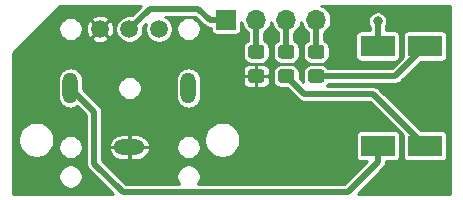
<source format=gbr>
%TF.GenerationSoftware,KiCad,Pcbnew,(5.1.6)-1*%
%TF.CreationDate,2024-02-11T14:18:57-05:00*%
%TF.ProjectId,GB-DMG-Headphone-PCB,47422d44-4d47-42d4-9865-616470686f6e,rev?*%
%TF.SameCoordinates,Original*%
%TF.FileFunction,Copper,L1,Top*%
%TF.FilePolarity,Positive*%
%FSLAX46Y46*%
G04 Gerber Fmt 4.6, Leading zero omitted, Abs format (unit mm)*
G04 Created by KiCad (PCBNEW (5.1.6)-1) date 2024-02-11 14:18:57*
%MOMM*%
%LPD*%
G01*
G04 APERTURE LIST*
%TA.AperFunction,SMDPad,CuDef*%
%ADD10R,2.900000X1.800000*%
%TD*%
%TA.AperFunction,ComponentPad*%
%ADD11R,1.700000X1.700000*%
%TD*%
%TA.AperFunction,ComponentPad*%
%ADD12O,1.700000X1.700000*%
%TD*%
%TA.AperFunction,ComponentPad*%
%ADD13O,2.616000X1.308000*%
%TD*%
%TA.AperFunction,ComponentPad*%
%ADD14C,1.508000*%
%TD*%
%TA.AperFunction,ComponentPad*%
%ADD15O,1.308000X2.616000*%
%TD*%
%TA.AperFunction,ViaPad*%
%ADD16C,0.800000*%
%TD*%
%TA.AperFunction,Conductor*%
%ADD17C,0.500000*%
%TD*%
%TA.AperFunction,Conductor*%
%ADD18C,0.250000*%
%TD*%
%TA.AperFunction,Conductor*%
%ADD19C,0.254000*%
%TD*%
G04 APERTURE END LIST*
D10*
%TO.P,C1,2*%
%TO.N,LEFT*%
X158369000Y-101346000D03*
%TO.P,C1,1*%
%TO.N,Net-(C1-Pad1)*%
X162369000Y-101346000D03*
%TD*%
%TO.P,C2,1*%
%TO.N,Net-(C2-Pad1)*%
X162369500Y-109791500D03*
%TO.P,C2,2*%
%TO.N,RIGHT*%
X158369500Y-109791500D03*
%TD*%
D11*
%TO.P,J1,1*%
%TO.N,DETECT*%
X145542000Y-99123500D03*
D12*
%TO.P,J1,2*%
%TO.N,Net-(J1-Pad2)*%
X148082000Y-99123500D03*
%TO.P,J1,3*%
%TO.N,Net-(J1-Pad3)*%
X150622000Y-99123500D03*
%TO.P,J1,4*%
%TO.N,Net-(J1-Pad4)*%
X153162000Y-99123500D03*
%TD*%
D13*
%TO.P,J2,1*%
%TO.N,GND*%
X137350500Y-109902000D03*
D14*
%TO.P,J2,4*%
X134850500Y-99902000D03*
%TO.P,J2,5*%
%TO.N,DETECT*%
X137350500Y-99902000D03*
%TO.P,J2,6*%
%TO.N,N/C*%
X139850500Y-99902000D03*
D15*
%TO.P,J2,2*%
%TO.N,LEFT*%
X142350500Y-104902000D03*
%TO.P,J2,3*%
%TO.N,RIGHT*%
X132350500Y-104902000D03*
%TD*%
%TO.P,L1,2*%
%TO.N,Net-(C1-Pad1)*%
%TA.AperFunction,SMDPad,CuDef*%
G36*
G01*
X152711999Y-103311000D02*
X153612001Y-103311000D01*
G75*
G02*
X153862000Y-103560999I0J-249999D01*
G01*
X153862000Y-104211001D01*
G75*
G02*
X153612001Y-104461000I-249999J0D01*
G01*
X152711999Y-104461000D01*
G75*
G02*
X152462000Y-104211001I0J249999D01*
G01*
X152462000Y-103560999D01*
G75*
G02*
X152711999Y-103311000I249999J0D01*
G01*
G37*
%TD.AperFunction*%
%TO.P,L1,1*%
%TO.N,Net-(J1-Pad4)*%
%TA.AperFunction,SMDPad,CuDef*%
G36*
G01*
X152711999Y-101261000D02*
X153612001Y-101261000D01*
G75*
G02*
X153862000Y-101510999I0J-249999D01*
G01*
X153862000Y-102161001D01*
G75*
G02*
X153612001Y-102411000I-249999J0D01*
G01*
X152711999Y-102411000D01*
G75*
G02*
X152462000Y-102161001I0J249999D01*
G01*
X152462000Y-101510999D01*
G75*
G02*
X152711999Y-101261000I249999J0D01*
G01*
G37*
%TD.AperFunction*%
%TD*%
%TO.P,L2,1*%
%TO.N,Net-(J1-Pad3)*%
%TA.AperFunction,SMDPad,CuDef*%
G36*
G01*
X150171999Y-101261000D02*
X151072001Y-101261000D01*
G75*
G02*
X151322000Y-101510999I0J-249999D01*
G01*
X151322000Y-102161001D01*
G75*
G02*
X151072001Y-102411000I-249999J0D01*
G01*
X150171999Y-102411000D01*
G75*
G02*
X149922000Y-102161001I0J249999D01*
G01*
X149922000Y-101510999D01*
G75*
G02*
X150171999Y-101261000I249999J0D01*
G01*
G37*
%TD.AperFunction*%
%TO.P,L2,2*%
%TO.N,Net-(C2-Pad1)*%
%TA.AperFunction,SMDPad,CuDef*%
G36*
G01*
X150171999Y-103311000D02*
X151072001Y-103311000D01*
G75*
G02*
X151322000Y-103560999I0J-249999D01*
G01*
X151322000Y-104211001D01*
G75*
G02*
X151072001Y-104461000I-249999J0D01*
G01*
X150171999Y-104461000D01*
G75*
G02*
X149922000Y-104211001I0J249999D01*
G01*
X149922000Y-103560999D01*
G75*
G02*
X150171999Y-103311000I249999J0D01*
G01*
G37*
%TD.AperFunction*%
%TD*%
%TO.P,L3,1*%
%TO.N,Net-(J1-Pad2)*%
%TA.AperFunction,SMDPad,CuDef*%
G36*
G01*
X147631999Y-101261000D02*
X148532001Y-101261000D01*
G75*
G02*
X148782000Y-101510999I0J-249999D01*
G01*
X148782000Y-102161001D01*
G75*
G02*
X148532001Y-102411000I-249999J0D01*
G01*
X147631999Y-102411000D01*
G75*
G02*
X147382000Y-102161001I0J249999D01*
G01*
X147382000Y-101510999D01*
G75*
G02*
X147631999Y-101261000I249999J0D01*
G01*
G37*
%TD.AperFunction*%
%TO.P,L3,2*%
%TO.N,GND*%
%TA.AperFunction,SMDPad,CuDef*%
G36*
G01*
X147631999Y-103311000D02*
X148532001Y-103311000D01*
G75*
G02*
X148782000Y-103560999I0J-249999D01*
G01*
X148782000Y-104211001D01*
G75*
G02*
X148532001Y-104461000I-249999J0D01*
G01*
X147631999Y-104461000D01*
G75*
G02*
X147382000Y-104211001I0J249999D01*
G01*
X147382000Y-103560999D01*
G75*
G02*
X147631999Y-103311000I249999J0D01*
G01*
G37*
%TD.AperFunction*%
%TD*%
D16*
%TO.N,LEFT*%
X158369000Y-99250500D03*
%TD*%
D17*
%TO.N,LEFT*%
X158369000Y-99250500D02*
X158369000Y-101346000D01*
%TO.N,Net-(C1-Pad1)*%
X159829000Y-103886000D02*
X162369000Y-101346000D01*
X153162000Y-103886000D02*
X159829000Y-103886000D01*
%TO.N,Net-(C2-Pad1)*%
X152146000Y-105410000D02*
X150622000Y-103886000D01*
X162369500Y-109791500D02*
X157988000Y-105410000D01*
X157988000Y-105410000D02*
X152146000Y-105410000D01*
%TO.N,RIGHT*%
X158369500Y-111191500D02*
X155832500Y-113728500D01*
X158369500Y-109791500D02*
X158369500Y-111191500D01*
X155832500Y-113728500D02*
X136779000Y-113728500D01*
X136779000Y-113728500D02*
X134366000Y-111315500D01*
X134366000Y-106917500D02*
X132350500Y-104902000D01*
X134366000Y-111315500D02*
X134366000Y-106917500D01*
D18*
%TO.N,DETECT*%
X145542000Y-98869500D02*
X145161000Y-98488500D01*
D17*
X139081500Y-98171000D02*
X137350500Y-99902000D01*
X143192500Y-98171000D02*
X139081500Y-98171000D01*
X145542000Y-99123500D02*
X144145000Y-99123500D01*
X144145000Y-99123500D02*
X143192500Y-98171000D01*
%TO.N,Net-(J1-Pad2)*%
X148082000Y-99123500D02*
X148082000Y-101836000D01*
%TO.N,Net-(J1-Pad3)*%
X150622000Y-99123500D02*
X150622000Y-101836000D01*
%TO.N,Net-(J1-Pad4)*%
X153162000Y-99123500D02*
X153162000Y-101836000D01*
%TD*%
D19*
%TO.N,GND*%
G36*
X137556282Y-98738796D02*
G01*
X137466818Y-98721000D01*
X137234182Y-98721000D01*
X137006015Y-98766386D01*
X136791087Y-98855412D01*
X136597657Y-98984658D01*
X136433158Y-99149157D01*
X136303912Y-99342587D01*
X136214886Y-99557515D01*
X136169500Y-99785682D01*
X136169500Y-100018318D01*
X136214886Y-100246485D01*
X136303912Y-100461413D01*
X136433158Y-100654843D01*
X136597657Y-100819342D01*
X136791087Y-100948588D01*
X137006015Y-101037614D01*
X137234182Y-101083000D01*
X137466818Y-101083000D01*
X137694985Y-101037614D01*
X137909913Y-100948588D01*
X138103343Y-100819342D01*
X138267842Y-100654843D01*
X138397088Y-100461413D01*
X138486114Y-100246485D01*
X138531500Y-100018318D01*
X138531500Y-99785682D01*
X138513704Y-99696218D01*
X138759065Y-99450858D01*
X138714886Y-99557515D01*
X138669500Y-99785682D01*
X138669500Y-100018318D01*
X138714886Y-100246485D01*
X138803912Y-100461413D01*
X138933158Y-100654843D01*
X139097657Y-100819342D01*
X139291087Y-100948588D01*
X139506015Y-101037614D01*
X139734182Y-101083000D01*
X139966818Y-101083000D01*
X140194985Y-101037614D01*
X140409913Y-100948588D01*
X140603343Y-100819342D01*
X140767842Y-100654843D01*
X140897088Y-100461413D01*
X140986114Y-100246485D01*
X141031500Y-100018318D01*
X141031500Y-99800849D01*
X141323500Y-99800849D01*
X141323500Y-100003151D01*
X141362967Y-100201565D01*
X141440385Y-100388467D01*
X141552777Y-100556674D01*
X141695826Y-100699723D01*
X141864033Y-100812115D01*
X142050935Y-100889533D01*
X142249349Y-100929000D01*
X142451651Y-100929000D01*
X142650065Y-100889533D01*
X142836967Y-100812115D01*
X143005174Y-100699723D01*
X143148223Y-100556674D01*
X143260615Y-100388467D01*
X143338033Y-100201565D01*
X143377500Y-100003151D01*
X143377500Y-99800849D01*
X143338033Y-99602435D01*
X143260615Y-99415533D01*
X143148223Y-99247326D01*
X143005174Y-99104277D01*
X142836967Y-98991885D01*
X142650065Y-98914467D01*
X142451651Y-98875000D01*
X142249349Y-98875000D01*
X142050935Y-98914467D01*
X141864033Y-98991885D01*
X141695826Y-99104277D01*
X141552777Y-99247326D01*
X141440385Y-99415533D01*
X141362967Y-99602435D01*
X141323500Y-99800849D01*
X141031500Y-99800849D01*
X141031500Y-99785682D01*
X140986114Y-99557515D01*
X140897088Y-99342587D01*
X140767842Y-99149157D01*
X140603343Y-98984658D01*
X140409913Y-98855412D01*
X140392019Y-98848000D01*
X142912078Y-98848000D01*
X143642774Y-99578696D01*
X143663973Y-99604527D01*
X143767059Y-99689128D01*
X143884670Y-99751992D01*
X144012285Y-99790704D01*
X144111748Y-99800500D01*
X144111757Y-99800500D01*
X144144999Y-99803774D01*
X144178241Y-99800500D01*
X144262934Y-99800500D01*
X144262934Y-99973500D01*
X144271178Y-100057207D01*
X144295595Y-100137696D01*
X144335245Y-100211876D01*
X144388605Y-100276895D01*
X144453624Y-100330255D01*
X144527804Y-100369905D01*
X144608293Y-100394322D01*
X144692000Y-100402566D01*
X146392000Y-100402566D01*
X146475707Y-100394322D01*
X146556196Y-100369905D01*
X146630376Y-100330255D01*
X146695395Y-100276895D01*
X146748755Y-100211876D01*
X146788405Y-100137696D01*
X146812822Y-100057207D01*
X146821066Y-99973500D01*
X146821066Y-99330044D01*
X146854074Y-99495987D01*
X146950337Y-99728386D01*
X147090089Y-99937540D01*
X147267960Y-100115411D01*
X147405000Y-100206978D01*
X147405001Y-100873654D01*
X147372132Y-100883625D01*
X147254731Y-100946377D01*
X147151828Y-101030828D01*
X147067377Y-101133731D01*
X147004625Y-101251132D01*
X146965982Y-101378520D01*
X146952934Y-101510999D01*
X146952934Y-102161001D01*
X146965982Y-102293480D01*
X147004625Y-102420868D01*
X147067377Y-102538269D01*
X147151828Y-102641172D01*
X147254731Y-102725623D01*
X147372132Y-102788375D01*
X147499520Y-102827018D01*
X147631999Y-102840066D01*
X148532001Y-102840066D01*
X148664480Y-102827018D01*
X148791868Y-102788375D01*
X148909269Y-102725623D01*
X149012172Y-102641172D01*
X149096623Y-102538269D01*
X149159375Y-102420868D01*
X149198018Y-102293480D01*
X149211066Y-102161001D01*
X149211066Y-101510999D01*
X149198018Y-101378520D01*
X149159375Y-101251132D01*
X149096623Y-101133731D01*
X149012172Y-101030828D01*
X148909269Y-100946377D01*
X148791868Y-100883625D01*
X148759000Y-100873655D01*
X148759000Y-100206978D01*
X148896040Y-100115411D01*
X149073911Y-99937540D01*
X149213663Y-99728386D01*
X149309926Y-99495987D01*
X149352000Y-99284466D01*
X149394074Y-99495987D01*
X149490337Y-99728386D01*
X149630089Y-99937540D01*
X149807960Y-100115411D01*
X149945000Y-100206978D01*
X149945001Y-100873654D01*
X149912132Y-100883625D01*
X149794731Y-100946377D01*
X149691828Y-101030828D01*
X149607377Y-101133731D01*
X149544625Y-101251132D01*
X149505982Y-101378520D01*
X149492934Y-101510999D01*
X149492934Y-102161001D01*
X149505982Y-102293480D01*
X149544625Y-102420868D01*
X149607377Y-102538269D01*
X149691828Y-102641172D01*
X149794731Y-102725623D01*
X149912132Y-102788375D01*
X150039520Y-102827018D01*
X150171999Y-102840066D01*
X151072001Y-102840066D01*
X151204480Y-102827018D01*
X151331868Y-102788375D01*
X151449269Y-102725623D01*
X151552172Y-102641172D01*
X151636623Y-102538269D01*
X151699375Y-102420868D01*
X151738018Y-102293480D01*
X151751066Y-102161001D01*
X151751066Y-101510999D01*
X151738018Y-101378520D01*
X151699375Y-101251132D01*
X151636623Y-101133731D01*
X151552172Y-101030828D01*
X151449269Y-100946377D01*
X151331868Y-100883625D01*
X151299000Y-100873655D01*
X151299000Y-100206978D01*
X151436040Y-100115411D01*
X151613911Y-99937540D01*
X151753663Y-99728386D01*
X151849926Y-99495987D01*
X151892000Y-99284466D01*
X151934074Y-99495987D01*
X152030337Y-99728386D01*
X152170089Y-99937540D01*
X152347960Y-100115411D01*
X152485000Y-100206978D01*
X152485001Y-100873654D01*
X152452132Y-100883625D01*
X152334731Y-100946377D01*
X152231828Y-101030828D01*
X152147377Y-101133731D01*
X152084625Y-101251132D01*
X152045982Y-101378520D01*
X152032934Y-101510999D01*
X152032934Y-102161001D01*
X152045982Y-102293480D01*
X152084625Y-102420868D01*
X152147377Y-102538269D01*
X152231828Y-102641172D01*
X152334731Y-102725623D01*
X152452132Y-102788375D01*
X152579520Y-102827018D01*
X152711999Y-102840066D01*
X153612001Y-102840066D01*
X153744480Y-102827018D01*
X153871868Y-102788375D01*
X153989269Y-102725623D01*
X154092172Y-102641172D01*
X154176623Y-102538269D01*
X154239375Y-102420868D01*
X154278018Y-102293480D01*
X154291066Y-102161001D01*
X154291066Y-101510999D01*
X154278018Y-101378520D01*
X154239375Y-101251132D01*
X154176623Y-101133731D01*
X154092172Y-101030828D01*
X153989269Y-100946377D01*
X153871868Y-100883625D01*
X153839000Y-100873655D01*
X153839000Y-100446000D01*
X156489934Y-100446000D01*
X156489934Y-102246000D01*
X156498178Y-102329707D01*
X156522595Y-102410196D01*
X156562245Y-102484376D01*
X156615605Y-102549395D01*
X156680624Y-102602755D01*
X156754804Y-102642405D01*
X156835293Y-102666822D01*
X156919000Y-102675066D01*
X159819000Y-102675066D01*
X159902707Y-102666822D01*
X159983196Y-102642405D01*
X160057376Y-102602755D01*
X160122395Y-102549395D01*
X160175755Y-102484376D01*
X160215405Y-102410196D01*
X160239822Y-102329707D01*
X160248066Y-102246000D01*
X160248066Y-100446000D01*
X160239822Y-100362293D01*
X160215405Y-100281804D01*
X160175755Y-100207624D01*
X160122395Y-100142605D01*
X160057376Y-100089245D01*
X159983196Y-100049595D01*
X159902707Y-100025178D01*
X159819000Y-100016934D01*
X159046000Y-100016934D01*
X159046000Y-99725857D01*
X159101877Y-99642231D01*
X159164218Y-99491727D01*
X159196000Y-99331952D01*
X159196000Y-99169048D01*
X159164218Y-99009273D01*
X159101877Y-98858769D01*
X159011372Y-98723319D01*
X158896181Y-98608128D01*
X158760731Y-98517623D01*
X158610227Y-98455282D01*
X158450452Y-98423500D01*
X158287548Y-98423500D01*
X158127773Y-98455282D01*
X157977269Y-98517623D01*
X157841819Y-98608128D01*
X157726628Y-98723319D01*
X157636123Y-98858769D01*
X157573782Y-99009273D01*
X157542000Y-99169048D01*
X157542000Y-99331952D01*
X157573782Y-99491727D01*
X157636123Y-99642231D01*
X157692000Y-99725857D01*
X157692000Y-100016934D01*
X156919000Y-100016934D01*
X156835293Y-100025178D01*
X156754804Y-100049595D01*
X156680624Y-100089245D01*
X156615605Y-100142605D01*
X156562245Y-100207624D01*
X156522595Y-100281804D01*
X156498178Y-100362293D01*
X156489934Y-100446000D01*
X153839000Y-100446000D01*
X153839000Y-100206978D01*
X153976040Y-100115411D01*
X154153911Y-99937540D01*
X154293663Y-99728386D01*
X154389926Y-99495987D01*
X154439000Y-99249274D01*
X154439000Y-98997726D01*
X154389926Y-98751013D01*
X154293663Y-98518614D01*
X154153911Y-98309460D01*
X153976040Y-98131589D01*
X153766886Y-97991837D01*
X153604320Y-97924500D01*
X164521001Y-97924500D01*
X164521000Y-113848000D01*
X156670422Y-113848000D01*
X158824701Y-111693722D01*
X158850527Y-111672527D01*
X158929886Y-111575829D01*
X158935128Y-111569441D01*
X158997992Y-111451830D01*
X159036704Y-111324215D01*
X159049775Y-111191500D01*
X159046500Y-111158248D01*
X159046500Y-111120566D01*
X159819500Y-111120566D01*
X159903207Y-111112322D01*
X159983696Y-111087905D01*
X160057876Y-111048255D01*
X160122895Y-110994895D01*
X160176255Y-110929876D01*
X160215905Y-110855696D01*
X160240322Y-110775207D01*
X160248566Y-110691500D01*
X160248566Y-108891500D01*
X160240322Y-108807793D01*
X160215905Y-108727304D01*
X160176255Y-108653124D01*
X160122895Y-108588105D01*
X160057876Y-108534745D01*
X159983696Y-108495095D01*
X159903207Y-108470678D01*
X159819500Y-108462434D01*
X156919500Y-108462434D01*
X156835793Y-108470678D01*
X156755304Y-108495095D01*
X156681124Y-108534745D01*
X156616105Y-108588105D01*
X156562745Y-108653124D01*
X156523095Y-108727304D01*
X156498678Y-108807793D01*
X156490434Y-108891500D01*
X156490434Y-110691500D01*
X156498678Y-110775207D01*
X156523095Y-110855696D01*
X156562745Y-110929876D01*
X156616105Y-110994895D01*
X156681124Y-111048255D01*
X156755304Y-111087905D01*
X156835793Y-111112322D01*
X156919500Y-111120566D01*
X157483011Y-111120566D01*
X155552078Y-113051500D01*
X143151680Y-113051500D01*
X143260615Y-112888467D01*
X143338033Y-112701565D01*
X143377500Y-112503151D01*
X143377500Y-112300849D01*
X143338033Y-112102435D01*
X143260615Y-111915533D01*
X143148223Y-111747326D01*
X143005174Y-111604277D01*
X142836967Y-111491885D01*
X142650065Y-111414467D01*
X142451651Y-111375000D01*
X142249349Y-111375000D01*
X142050935Y-111414467D01*
X141864033Y-111491885D01*
X141695826Y-111604277D01*
X141552777Y-111747326D01*
X141440385Y-111915533D01*
X141362967Y-112102435D01*
X141323500Y-112300849D01*
X141323500Y-112503151D01*
X141362967Y-112701565D01*
X141440385Y-112888467D01*
X141549320Y-113051500D01*
X137059422Y-113051500D01*
X135043000Y-111035078D01*
X135043000Y-110093784D01*
X135632649Y-110093784D01*
X135688984Y-110294431D01*
X135784903Y-110483447D01*
X135915854Y-110650118D01*
X136076805Y-110788040D01*
X136261570Y-110891912D01*
X136463049Y-110957742D01*
X136673500Y-110983000D01*
X137327500Y-110983000D01*
X137327500Y-109925000D01*
X137373500Y-109925000D01*
X137373500Y-110983000D01*
X138027500Y-110983000D01*
X138237951Y-110957742D01*
X138439430Y-110891912D01*
X138624195Y-110788040D01*
X138785146Y-110650118D01*
X138916097Y-110483447D01*
X139012016Y-110294431D01*
X139068351Y-110093784D01*
X138978478Y-109925000D01*
X137373500Y-109925000D01*
X137327500Y-109925000D01*
X135722522Y-109925000D01*
X135632649Y-110093784D01*
X135043000Y-110093784D01*
X135043000Y-109710216D01*
X135632649Y-109710216D01*
X135722522Y-109879000D01*
X137327500Y-109879000D01*
X137327500Y-108821000D01*
X137373500Y-108821000D01*
X137373500Y-109879000D01*
X138978478Y-109879000D01*
X139020091Y-109800849D01*
X141323500Y-109800849D01*
X141323500Y-110003151D01*
X141362967Y-110201565D01*
X141440385Y-110388467D01*
X141552777Y-110556674D01*
X141695826Y-110699723D01*
X141864033Y-110812115D01*
X142050935Y-110889533D01*
X142249349Y-110929000D01*
X142451651Y-110929000D01*
X142650065Y-110889533D01*
X142836967Y-110812115D01*
X143005174Y-110699723D01*
X143148223Y-110556674D01*
X143260615Y-110388467D01*
X143338033Y-110201565D01*
X143377500Y-110003151D01*
X143377500Y-109800849D01*
X143338033Y-109602435D01*
X143260615Y-109415533D01*
X143148223Y-109247326D01*
X143034001Y-109133104D01*
X143697500Y-109133104D01*
X143697500Y-109433896D01*
X143756181Y-109728910D01*
X143871290Y-110006806D01*
X144038401Y-110256906D01*
X144251094Y-110469599D01*
X144501194Y-110636710D01*
X144779090Y-110751819D01*
X145074104Y-110810500D01*
X145374896Y-110810500D01*
X145669910Y-110751819D01*
X145947806Y-110636710D01*
X146197906Y-110469599D01*
X146410599Y-110256906D01*
X146577710Y-110006806D01*
X146692819Y-109728910D01*
X146751500Y-109433896D01*
X146751500Y-109133104D01*
X146692819Y-108838090D01*
X146577710Y-108560194D01*
X146410599Y-108310094D01*
X146197906Y-108097401D01*
X145947806Y-107930290D01*
X145669910Y-107815181D01*
X145374896Y-107756500D01*
X145074104Y-107756500D01*
X144779090Y-107815181D01*
X144501194Y-107930290D01*
X144251094Y-108097401D01*
X144038401Y-108310094D01*
X143871290Y-108560194D01*
X143756181Y-108838090D01*
X143697500Y-109133104D01*
X143034001Y-109133104D01*
X143005174Y-109104277D01*
X142836967Y-108991885D01*
X142650065Y-108914467D01*
X142451651Y-108875000D01*
X142249349Y-108875000D01*
X142050935Y-108914467D01*
X141864033Y-108991885D01*
X141695826Y-109104277D01*
X141552777Y-109247326D01*
X141440385Y-109415533D01*
X141362967Y-109602435D01*
X141323500Y-109800849D01*
X139020091Y-109800849D01*
X139068351Y-109710216D01*
X139012016Y-109509569D01*
X138916097Y-109320553D01*
X138785146Y-109153882D01*
X138624195Y-109015960D01*
X138439430Y-108912088D01*
X138237951Y-108846258D01*
X138027500Y-108821000D01*
X137373500Y-108821000D01*
X137327500Y-108821000D01*
X136673500Y-108821000D01*
X136463049Y-108846258D01*
X136261570Y-108912088D01*
X136076805Y-109015960D01*
X135915854Y-109153882D01*
X135784903Y-109320553D01*
X135688984Y-109509569D01*
X135632649Y-109710216D01*
X135043000Y-109710216D01*
X135043000Y-106950741D01*
X135046274Y-106917499D01*
X135043000Y-106884257D01*
X135043000Y-106884248D01*
X135033204Y-106784785D01*
X134994492Y-106657170D01*
X134931628Y-106539559D01*
X134847027Y-106436473D01*
X134821196Y-106415274D01*
X133431500Y-105025578D01*
X133431500Y-104800849D01*
X136323500Y-104800849D01*
X136323500Y-105003151D01*
X136362967Y-105201565D01*
X136440385Y-105388467D01*
X136552777Y-105556674D01*
X136695826Y-105699723D01*
X136864033Y-105812115D01*
X137050935Y-105889533D01*
X137249349Y-105929000D01*
X137451651Y-105929000D01*
X137650065Y-105889533D01*
X137836967Y-105812115D01*
X138005174Y-105699723D01*
X138148223Y-105556674D01*
X138260615Y-105388467D01*
X138338033Y-105201565D01*
X138377500Y-105003151D01*
X138377500Y-104800849D01*
X138338033Y-104602435D01*
X138260615Y-104415533D01*
X138148223Y-104247326D01*
X138095798Y-104194901D01*
X141269500Y-104194901D01*
X141269500Y-105609100D01*
X141285142Y-105767913D01*
X141346955Y-105971682D01*
X141447334Y-106159477D01*
X141582420Y-106324081D01*
X141747024Y-106459167D01*
X141934819Y-106559546D01*
X142138588Y-106621358D01*
X142350500Y-106642230D01*
X142562413Y-106621358D01*
X142766182Y-106559546D01*
X142953977Y-106459167D01*
X143118581Y-106324081D01*
X143253667Y-106159477D01*
X143354046Y-105971682D01*
X143415858Y-105767913D01*
X143431500Y-105609100D01*
X143431500Y-104461000D01*
X146952934Y-104461000D01*
X146961178Y-104544707D01*
X146985595Y-104625196D01*
X147025245Y-104699376D01*
X147078605Y-104764395D01*
X147143624Y-104817755D01*
X147217804Y-104857405D01*
X147298293Y-104881822D01*
X147382000Y-104890066D01*
X147952250Y-104888000D01*
X148059000Y-104781250D01*
X148059000Y-103909000D01*
X148105000Y-103909000D01*
X148105000Y-104781250D01*
X148211750Y-104888000D01*
X148782000Y-104890066D01*
X148865707Y-104881822D01*
X148946196Y-104857405D01*
X149020376Y-104817755D01*
X149085395Y-104764395D01*
X149138755Y-104699376D01*
X149178405Y-104625196D01*
X149202822Y-104544707D01*
X149211066Y-104461000D01*
X149209000Y-104015750D01*
X149102250Y-103909000D01*
X148105000Y-103909000D01*
X148059000Y-103909000D01*
X147061750Y-103909000D01*
X146955000Y-104015750D01*
X146952934Y-104461000D01*
X143431500Y-104461000D01*
X143431500Y-104194900D01*
X143415858Y-104036087D01*
X143354046Y-103832318D01*
X143253667Y-103644523D01*
X143118581Y-103479919D01*
X142953977Y-103344833D01*
X142890680Y-103311000D01*
X146952934Y-103311000D01*
X146955000Y-103756250D01*
X147061750Y-103863000D01*
X148059000Y-103863000D01*
X148059000Y-102990750D01*
X148105000Y-102990750D01*
X148105000Y-103863000D01*
X149102250Y-103863000D01*
X149209000Y-103756250D01*
X149209905Y-103560999D01*
X149492934Y-103560999D01*
X149492934Y-104211001D01*
X149505982Y-104343480D01*
X149544625Y-104470868D01*
X149607377Y-104588269D01*
X149691828Y-104691172D01*
X149794731Y-104775623D01*
X149912132Y-104838375D01*
X150039520Y-104877018D01*
X150171999Y-104890066D01*
X150668644Y-104890066D01*
X151643774Y-105865196D01*
X151664973Y-105891027D01*
X151768059Y-105975628D01*
X151885670Y-106038492D01*
X152013285Y-106077204D01*
X152112748Y-106087000D01*
X152112757Y-106087000D01*
X152145999Y-106090274D01*
X152179241Y-106087000D01*
X157707578Y-106087000D01*
X160492374Y-108871797D01*
X160490434Y-108891500D01*
X160490434Y-110691500D01*
X160498678Y-110775207D01*
X160523095Y-110855696D01*
X160562745Y-110929876D01*
X160616105Y-110994895D01*
X160681124Y-111048255D01*
X160755304Y-111087905D01*
X160835793Y-111112322D01*
X160919500Y-111120566D01*
X163819500Y-111120566D01*
X163903207Y-111112322D01*
X163983696Y-111087905D01*
X164057876Y-111048255D01*
X164122895Y-110994895D01*
X164176255Y-110929876D01*
X164215905Y-110855696D01*
X164240322Y-110775207D01*
X164248566Y-110691500D01*
X164248566Y-108891500D01*
X164240322Y-108807793D01*
X164215905Y-108727304D01*
X164176255Y-108653124D01*
X164122895Y-108588105D01*
X164057876Y-108534745D01*
X163983696Y-108495095D01*
X163903207Y-108470678D01*
X163819500Y-108462434D01*
X161997857Y-108462434D01*
X158490226Y-104954804D01*
X158469027Y-104928973D01*
X158365941Y-104844372D01*
X158248330Y-104781508D01*
X158120715Y-104742796D01*
X158021252Y-104733000D01*
X158021245Y-104733000D01*
X157988000Y-104729726D01*
X157954755Y-104733000D01*
X154041205Y-104733000D01*
X154092172Y-104691172D01*
X154176623Y-104588269D01*
X154190130Y-104563000D01*
X159795755Y-104563000D01*
X159829000Y-104566274D01*
X159862245Y-104563000D01*
X159862252Y-104563000D01*
X159961715Y-104553204D01*
X160089330Y-104514492D01*
X160206941Y-104451628D01*
X160310027Y-104367027D01*
X160331226Y-104341196D01*
X161997356Y-102675066D01*
X163819000Y-102675066D01*
X163902707Y-102666822D01*
X163983196Y-102642405D01*
X164057376Y-102602755D01*
X164122395Y-102549395D01*
X164175755Y-102484376D01*
X164215405Y-102410196D01*
X164239822Y-102329707D01*
X164248066Y-102246000D01*
X164248066Y-100446000D01*
X164239822Y-100362293D01*
X164215405Y-100281804D01*
X164175755Y-100207624D01*
X164122395Y-100142605D01*
X164057376Y-100089245D01*
X163983196Y-100049595D01*
X163902707Y-100025178D01*
X163819000Y-100016934D01*
X160919000Y-100016934D01*
X160835293Y-100025178D01*
X160754804Y-100049595D01*
X160680624Y-100089245D01*
X160615605Y-100142605D01*
X160562245Y-100207624D01*
X160522595Y-100281804D01*
X160498178Y-100362293D01*
X160489934Y-100446000D01*
X160489934Y-102246000D01*
X160491875Y-102265703D01*
X159548578Y-103209000D01*
X154190130Y-103209000D01*
X154176623Y-103183731D01*
X154092172Y-103080828D01*
X153989269Y-102996377D01*
X153871868Y-102933625D01*
X153744480Y-102894982D01*
X153612001Y-102881934D01*
X152711999Y-102881934D01*
X152579520Y-102894982D01*
X152452132Y-102933625D01*
X152334731Y-102996377D01*
X152231828Y-103080828D01*
X152147377Y-103183731D01*
X152084625Y-103301132D01*
X152045982Y-103428520D01*
X152032934Y-103560999D01*
X152032934Y-104211001D01*
X152045982Y-104343480D01*
X152049936Y-104356514D01*
X151751066Y-104057644D01*
X151751066Y-103560999D01*
X151738018Y-103428520D01*
X151699375Y-103301132D01*
X151636623Y-103183731D01*
X151552172Y-103080828D01*
X151449269Y-102996377D01*
X151331868Y-102933625D01*
X151204480Y-102894982D01*
X151072001Y-102881934D01*
X150171999Y-102881934D01*
X150039520Y-102894982D01*
X149912132Y-102933625D01*
X149794731Y-102996377D01*
X149691828Y-103080828D01*
X149607377Y-103183731D01*
X149544625Y-103301132D01*
X149505982Y-103428520D01*
X149492934Y-103560999D01*
X149209905Y-103560999D01*
X149211066Y-103311000D01*
X149202822Y-103227293D01*
X149178405Y-103146804D01*
X149138755Y-103072624D01*
X149085395Y-103007605D01*
X149020376Y-102954245D01*
X148946196Y-102914595D01*
X148865707Y-102890178D01*
X148782000Y-102881934D01*
X148211750Y-102884000D01*
X148105000Y-102990750D01*
X148059000Y-102990750D01*
X147952250Y-102884000D01*
X147382000Y-102881934D01*
X147298293Y-102890178D01*
X147217804Y-102914595D01*
X147143624Y-102954245D01*
X147078605Y-103007605D01*
X147025245Y-103072624D01*
X146985595Y-103146804D01*
X146961178Y-103227293D01*
X146952934Y-103311000D01*
X142890680Y-103311000D01*
X142766181Y-103244454D01*
X142562412Y-103182642D01*
X142350500Y-103161770D01*
X142138587Y-103182642D01*
X141934818Y-103244454D01*
X141747023Y-103344833D01*
X141582419Y-103479919D01*
X141447333Y-103644523D01*
X141346954Y-103832319D01*
X141285142Y-104036088D01*
X141269500Y-104194901D01*
X138095798Y-104194901D01*
X138005174Y-104104277D01*
X137836967Y-103991885D01*
X137650065Y-103914467D01*
X137451651Y-103875000D01*
X137249349Y-103875000D01*
X137050935Y-103914467D01*
X136864033Y-103991885D01*
X136695826Y-104104277D01*
X136552777Y-104247326D01*
X136440385Y-104415533D01*
X136362967Y-104602435D01*
X136323500Y-104800849D01*
X133431500Y-104800849D01*
X133431500Y-104194900D01*
X133415858Y-104036087D01*
X133354046Y-103832318D01*
X133253667Y-103644523D01*
X133118581Y-103479919D01*
X132953977Y-103344833D01*
X132766181Y-103244454D01*
X132562412Y-103182642D01*
X132350500Y-103161770D01*
X132138587Y-103182642D01*
X131934818Y-103244454D01*
X131747023Y-103344833D01*
X131582419Y-103479919D01*
X131447333Y-103644523D01*
X131346954Y-103832319D01*
X131285142Y-104036088D01*
X131269500Y-104194901D01*
X131269500Y-105609100D01*
X131285142Y-105767913D01*
X131346955Y-105971682D01*
X131447334Y-106159477D01*
X131582420Y-106324081D01*
X131747024Y-106459167D01*
X131934819Y-106559546D01*
X132138588Y-106621358D01*
X132350500Y-106642230D01*
X132562413Y-106621358D01*
X132766182Y-106559546D01*
X132951545Y-106460467D01*
X133689001Y-107197923D01*
X133689000Y-111282255D01*
X133685726Y-111315500D01*
X133689000Y-111348745D01*
X133689000Y-111348751D01*
X133698796Y-111448214D01*
X133737508Y-111575829D01*
X133800372Y-111693440D01*
X133852640Y-111757128D01*
X133884973Y-111796526D01*
X133910800Y-111817722D01*
X135941078Y-113848000D01*
X127452000Y-113848000D01*
X127452000Y-112300849D01*
X131323500Y-112300849D01*
X131323500Y-112503151D01*
X131362967Y-112701565D01*
X131440385Y-112888467D01*
X131552777Y-113056674D01*
X131695826Y-113199723D01*
X131864033Y-113312115D01*
X132050935Y-113389533D01*
X132249349Y-113429000D01*
X132451651Y-113429000D01*
X132650065Y-113389533D01*
X132836967Y-113312115D01*
X133005174Y-113199723D01*
X133148223Y-113056674D01*
X133260615Y-112888467D01*
X133338033Y-112701565D01*
X133377500Y-112503151D01*
X133377500Y-112300849D01*
X133338033Y-112102435D01*
X133260615Y-111915533D01*
X133148223Y-111747326D01*
X133005174Y-111604277D01*
X132836967Y-111491885D01*
X132650065Y-111414467D01*
X132451651Y-111375000D01*
X132249349Y-111375000D01*
X132050935Y-111414467D01*
X131864033Y-111491885D01*
X131695826Y-111604277D01*
X131552777Y-111747326D01*
X131440385Y-111915533D01*
X131362967Y-112102435D01*
X131323500Y-112300849D01*
X127452000Y-112300849D01*
X127452000Y-109133104D01*
X127949500Y-109133104D01*
X127949500Y-109433896D01*
X128008181Y-109728910D01*
X128123290Y-110006806D01*
X128290401Y-110256906D01*
X128503094Y-110469599D01*
X128753194Y-110636710D01*
X129031090Y-110751819D01*
X129326104Y-110810500D01*
X129626896Y-110810500D01*
X129921910Y-110751819D01*
X130199806Y-110636710D01*
X130449906Y-110469599D01*
X130662599Y-110256906D01*
X130829710Y-110006806D01*
X130915020Y-109800849D01*
X131323500Y-109800849D01*
X131323500Y-110003151D01*
X131362967Y-110201565D01*
X131440385Y-110388467D01*
X131552777Y-110556674D01*
X131695826Y-110699723D01*
X131864033Y-110812115D01*
X132050935Y-110889533D01*
X132249349Y-110929000D01*
X132451651Y-110929000D01*
X132650065Y-110889533D01*
X132836967Y-110812115D01*
X133005174Y-110699723D01*
X133148223Y-110556674D01*
X133260615Y-110388467D01*
X133338033Y-110201565D01*
X133377500Y-110003151D01*
X133377500Y-109800849D01*
X133338033Y-109602435D01*
X133260615Y-109415533D01*
X133148223Y-109247326D01*
X133005174Y-109104277D01*
X132836967Y-108991885D01*
X132650065Y-108914467D01*
X132451651Y-108875000D01*
X132249349Y-108875000D01*
X132050935Y-108914467D01*
X131864033Y-108991885D01*
X131695826Y-109104277D01*
X131552777Y-109247326D01*
X131440385Y-109415533D01*
X131362967Y-109602435D01*
X131323500Y-109800849D01*
X130915020Y-109800849D01*
X130944819Y-109728910D01*
X131003500Y-109433896D01*
X131003500Y-109133104D01*
X130944819Y-108838090D01*
X130829710Y-108560194D01*
X130662599Y-108310094D01*
X130449906Y-108097401D01*
X130199806Y-107930290D01*
X129921910Y-107815181D01*
X129626896Y-107756500D01*
X129326104Y-107756500D01*
X129031090Y-107815181D01*
X128753194Y-107930290D01*
X128503094Y-108097401D01*
X128290401Y-108310094D01*
X128123290Y-108560194D01*
X128008181Y-108838090D01*
X127949500Y-109133104D01*
X127452000Y-109133104D01*
X127452000Y-101977723D01*
X129628875Y-99800849D01*
X131323500Y-99800849D01*
X131323500Y-100003151D01*
X131362967Y-100201565D01*
X131440385Y-100388467D01*
X131552777Y-100556674D01*
X131695826Y-100699723D01*
X131864033Y-100812115D01*
X132050935Y-100889533D01*
X132249349Y-100929000D01*
X132451651Y-100929000D01*
X132650065Y-100889533D01*
X132836967Y-100812115D01*
X133005174Y-100699723D01*
X133023157Y-100681740D01*
X134103287Y-100681740D01*
X134171706Y-100875410D01*
X134374651Y-100989133D01*
X134595883Y-101061077D01*
X134826900Y-101088479D01*
X135058824Y-101070285D01*
X135282743Y-101007195D01*
X135490051Y-100901633D01*
X135529294Y-100875410D01*
X135597713Y-100681740D01*
X134850500Y-99934527D01*
X134103287Y-100681740D01*
X133023157Y-100681740D01*
X133148223Y-100556674D01*
X133260615Y-100388467D01*
X133338033Y-100201565D01*
X133377500Y-100003151D01*
X133377500Y-99878400D01*
X133664021Y-99878400D01*
X133682215Y-100110324D01*
X133745305Y-100334243D01*
X133850867Y-100541551D01*
X133877090Y-100580794D01*
X134070760Y-100649213D01*
X134817973Y-99902000D01*
X134883027Y-99902000D01*
X135630240Y-100649213D01*
X135823910Y-100580794D01*
X135937633Y-100377849D01*
X136009577Y-100156617D01*
X136036979Y-99925600D01*
X136018785Y-99693676D01*
X135955695Y-99469757D01*
X135850133Y-99262449D01*
X135823910Y-99223206D01*
X135630240Y-99154787D01*
X134883027Y-99902000D01*
X134817973Y-99902000D01*
X134070760Y-99154787D01*
X133877090Y-99223206D01*
X133763367Y-99426151D01*
X133691423Y-99647383D01*
X133664021Y-99878400D01*
X133377500Y-99878400D01*
X133377500Y-99800849D01*
X133338033Y-99602435D01*
X133260615Y-99415533D01*
X133148223Y-99247326D01*
X133023157Y-99122260D01*
X134103287Y-99122260D01*
X134850500Y-99869473D01*
X135597713Y-99122260D01*
X135529294Y-98928590D01*
X135326349Y-98814867D01*
X135105117Y-98742923D01*
X134874100Y-98715521D01*
X134642176Y-98733715D01*
X134418257Y-98796805D01*
X134210949Y-98902367D01*
X134171706Y-98928590D01*
X134103287Y-99122260D01*
X133023157Y-99122260D01*
X133005174Y-99104277D01*
X132836967Y-98991885D01*
X132650065Y-98914467D01*
X132451651Y-98875000D01*
X132249349Y-98875000D01*
X132050935Y-98914467D01*
X131864033Y-98991885D01*
X131695826Y-99104277D01*
X131552777Y-99247326D01*
X131440385Y-99415533D01*
X131362967Y-99602435D01*
X131323500Y-99800849D01*
X129628875Y-99800849D01*
X131505225Y-97924500D01*
X138370577Y-97924500D01*
X137556282Y-98738796D01*
G37*
X137556282Y-98738796D02*
X137466818Y-98721000D01*
X137234182Y-98721000D01*
X137006015Y-98766386D01*
X136791087Y-98855412D01*
X136597657Y-98984658D01*
X136433158Y-99149157D01*
X136303912Y-99342587D01*
X136214886Y-99557515D01*
X136169500Y-99785682D01*
X136169500Y-100018318D01*
X136214886Y-100246485D01*
X136303912Y-100461413D01*
X136433158Y-100654843D01*
X136597657Y-100819342D01*
X136791087Y-100948588D01*
X137006015Y-101037614D01*
X137234182Y-101083000D01*
X137466818Y-101083000D01*
X137694985Y-101037614D01*
X137909913Y-100948588D01*
X138103343Y-100819342D01*
X138267842Y-100654843D01*
X138397088Y-100461413D01*
X138486114Y-100246485D01*
X138531500Y-100018318D01*
X138531500Y-99785682D01*
X138513704Y-99696218D01*
X138759065Y-99450858D01*
X138714886Y-99557515D01*
X138669500Y-99785682D01*
X138669500Y-100018318D01*
X138714886Y-100246485D01*
X138803912Y-100461413D01*
X138933158Y-100654843D01*
X139097657Y-100819342D01*
X139291087Y-100948588D01*
X139506015Y-101037614D01*
X139734182Y-101083000D01*
X139966818Y-101083000D01*
X140194985Y-101037614D01*
X140409913Y-100948588D01*
X140603343Y-100819342D01*
X140767842Y-100654843D01*
X140897088Y-100461413D01*
X140986114Y-100246485D01*
X141031500Y-100018318D01*
X141031500Y-99800849D01*
X141323500Y-99800849D01*
X141323500Y-100003151D01*
X141362967Y-100201565D01*
X141440385Y-100388467D01*
X141552777Y-100556674D01*
X141695826Y-100699723D01*
X141864033Y-100812115D01*
X142050935Y-100889533D01*
X142249349Y-100929000D01*
X142451651Y-100929000D01*
X142650065Y-100889533D01*
X142836967Y-100812115D01*
X143005174Y-100699723D01*
X143148223Y-100556674D01*
X143260615Y-100388467D01*
X143338033Y-100201565D01*
X143377500Y-100003151D01*
X143377500Y-99800849D01*
X143338033Y-99602435D01*
X143260615Y-99415533D01*
X143148223Y-99247326D01*
X143005174Y-99104277D01*
X142836967Y-98991885D01*
X142650065Y-98914467D01*
X142451651Y-98875000D01*
X142249349Y-98875000D01*
X142050935Y-98914467D01*
X141864033Y-98991885D01*
X141695826Y-99104277D01*
X141552777Y-99247326D01*
X141440385Y-99415533D01*
X141362967Y-99602435D01*
X141323500Y-99800849D01*
X141031500Y-99800849D01*
X141031500Y-99785682D01*
X140986114Y-99557515D01*
X140897088Y-99342587D01*
X140767842Y-99149157D01*
X140603343Y-98984658D01*
X140409913Y-98855412D01*
X140392019Y-98848000D01*
X142912078Y-98848000D01*
X143642774Y-99578696D01*
X143663973Y-99604527D01*
X143767059Y-99689128D01*
X143884670Y-99751992D01*
X144012285Y-99790704D01*
X144111748Y-99800500D01*
X144111757Y-99800500D01*
X144144999Y-99803774D01*
X144178241Y-99800500D01*
X144262934Y-99800500D01*
X144262934Y-99973500D01*
X144271178Y-100057207D01*
X144295595Y-100137696D01*
X144335245Y-100211876D01*
X144388605Y-100276895D01*
X144453624Y-100330255D01*
X144527804Y-100369905D01*
X144608293Y-100394322D01*
X144692000Y-100402566D01*
X146392000Y-100402566D01*
X146475707Y-100394322D01*
X146556196Y-100369905D01*
X146630376Y-100330255D01*
X146695395Y-100276895D01*
X146748755Y-100211876D01*
X146788405Y-100137696D01*
X146812822Y-100057207D01*
X146821066Y-99973500D01*
X146821066Y-99330044D01*
X146854074Y-99495987D01*
X146950337Y-99728386D01*
X147090089Y-99937540D01*
X147267960Y-100115411D01*
X147405000Y-100206978D01*
X147405001Y-100873654D01*
X147372132Y-100883625D01*
X147254731Y-100946377D01*
X147151828Y-101030828D01*
X147067377Y-101133731D01*
X147004625Y-101251132D01*
X146965982Y-101378520D01*
X146952934Y-101510999D01*
X146952934Y-102161001D01*
X146965982Y-102293480D01*
X147004625Y-102420868D01*
X147067377Y-102538269D01*
X147151828Y-102641172D01*
X147254731Y-102725623D01*
X147372132Y-102788375D01*
X147499520Y-102827018D01*
X147631999Y-102840066D01*
X148532001Y-102840066D01*
X148664480Y-102827018D01*
X148791868Y-102788375D01*
X148909269Y-102725623D01*
X149012172Y-102641172D01*
X149096623Y-102538269D01*
X149159375Y-102420868D01*
X149198018Y-102293480D01*
X149211066Y-102161001D01*
X149211066Y-101510999D01*
X149198018Y-101378520D01*
X149159375Y-101251132D01*
X149096623Y-101133731D01*
X149012172Y-101030828D01*
X148909269Y-100946377D01*
X148791868Y-100883625D01*
X148759000Y-100873655D01*
X148759000Y-100206978D01*
X148896040Y-100115411D01*
X149073911Y-99937540D01*
X149213663Y-99728386D01*
X149309926Y-99495987D01*
X149352000Y-99284466D01*
X149394074Y-99495987D01*
X149490337Y-99728386D01*
X149630089Y-99937540D01*
X149807960Y-100115411D01*
X149945000Y-100206978D01*
X149945001Y-100873654D01*
X149912132Y-100883625D01*
X149794731Y-100946377D01*
X149691828Y-101030828D01*
X149607377Y-101133731D01*
X149544625Y-101251132D01*
X149505982Y-101378520D01*
X149492934Y-101510999D01*
X149492934Y-102161001D01*
X149505982Y-102293480D01*
X149544625Y-102420868D01*
X149607377Y-102538269D01*
X149691828Y-102641172D01*
X149794731Y-102725623D01*
X149912132Y-102788375D01*
X150039520Y-102827018D01*
X150171999Y-102840066D01*
X151072001Y-102840066D01*
X151204480Y-102827018D01*
X151331868Y-102788375D01*
X151449269Y-102725623D01*
X151552172Y-102641172D01*
X151636623Y-102538269D01*
X151699375Y-102420868D01*
X151738018Y-102293480D01*
X151751066Y-102161001D01*
X151751066Y-101510999D01*
X151738018Y-101378520D01*
X151699375Y-101251132D01*
X151636623Y-101133731D01*
X151552172Y-101030828D01*
X151449269Y-100946377D01*
X151331868Y-100883625D01*
X151299000Y-100873655D01*
X151299000Y-100206978D01*
X151436040Y-100115411D01*
X151613911Y-99937540D01*
X151753663Y-99728386D01*
X151849926Y-99495987D01*
X151892000Y-99284466D01*
X151934074Y-99495987D01*
X152030337Y-99728386D01*
X152170089Y-99937540D01*
X152347960Y-100115411D01*
X152485000Y-100206978D01*
X152485001Y-100873654D01*
X152452132Y-100883625D01*
X152334731Y-100946377D01*
X152231828Y-101030828D01*
X152147377Y-101133731D01*
X152084625Y-101251132D01*
X152045982Y-101378520D01*
X152032934Y-101510999D01*
X152032934Y-102161001D01*
X152045982Y-102293480D01*
X152084625Y-102420868D01*
X152147377Y-102538269D01*
X152231828Y-102641172D01*
X152334731Y-102725623D01*
X152452132Y-102788375D01*
X152579520Y-102827018D01*
X152711999Y-102840066D01*
X153612001Y-102840066D01*
X153744480Y-102827018D01*
X153871868Y-102788375D01*
X153989269Y-102725623D01*
X154092172Y-102641172D01*
X154176623Y-102538269D01*
X154239375Y-102420868D01*
X154278018Y-102293480D01*
X154291066Y-102161001D01*
X154291066Y-101510999D01*
X154278018Y-101378520D01*
X154239375Y-101251132D01*
X154176623Y-101133731D01*
X154092172Y-101030828D01*
X153989269Y-100946377D01*
X153871868Y-100883625D01*
X153839000Y-100873655D01*
X153839000Y-100446000D01*
X156489934Y-100446000D01*
X156489934Y-102246000D01*
X156498178Y-102329707D01*
X156522595Y-102410196D01*
X156562245Y-102484376D01*
X156615605Y-102549395D01*
X156680624Y-102602755D01*
X156754804Y-102642405D01*
X156835293Y-102666822D01*
X156919000Y-102675066D01*
X159819000Y-102675066D01*
X159902707Y-102666822D01*
X159983196Y-102642405D01*
X160057376Y-102602755D01*
X160122395Y-102549395D01*
X160175755Y-102484376D01*
X160215405Y-102410196D01*
X160239822Y-102329707D01*
X160248066Y-102246000D01*
X160248066Y-100446000D01*
X160239822Y-100362293D01*
X160215405Y-100281804D01*
X160175755Y-100207624D01*
X160122395Y-100142605D01*
X160057376Y-100089245D01*
X159983196Y-100049595D01*
X159902707Y-100025178D01*
X159819000Y-100016934D01*
X159046000Y-100016934D01*
X159046000Y-99725857D01*
X159101877Y-99642231D01*
X159164218Y-99491727D01*
X159196000Y-99331952D01*
X159196000Y-99169048D01*
X159164218Y-99009273D01*
X159101877Y-98858769D01*
X159011372Y-98723319D01*
X158896181Y-98608128D01*
X158760731Y-98517623D01*
X158610227Y-98455282D01*
X158450452Y-98423500D01*
X158287548Y-98423500D01*
X158127773Y-98455282D01*
X157977269Y-98517623D01*
X157841819Y-98608128D01*
X157726628Y-98723319D01*
X157636123Y-98858769D01*
X157573782Y-99009273D01*
X157542000Y-99169048D01*
X157542000Y-99331952D01*
X157573782Y-99491727D01*
X157636123Y-99642231D01*
X157692000Y-99725857D01*
X157692000Y-100016934D01*
X156919000Y-100016934D01*
X156835293Y-100025178D01*
X156754804Y-100049595D01*
X156680624Y-100089245D01*
X156615605Y-100142605D01*
X156562245Y-100207624D01*
X156522595Y-100281804D01*
X156498178Y-100362293D01*
X156489934Y-100446000D01*
X153839000Y-100446000D01*
X153839000Y-100206978D01*
X153976040Y-100115411D01*
X154153911Y-99937540D01*
X154293663Y-99728386D01*
X154389926Y-99495987D01*
X154439000Y-99249274D01*
X154439000Y-98997726D01*
X154389926Y-98751013D01*
X154293663Y-98518614D01*
X154153911Y-98309460D01*
X153976040Y-98131589D01*
X153766886Y-97991837D01*
X153604320Y-97924500D01*
X164521001Y-97924500D01*
X164521000Y-113848000D01*
X156670422Y-113848000D01*
X158824701Y-111693722D01*
X158850527Y-111672527D01*
X158929886Y-111575829D01*
X158935128Y-111569441D01*
X158997992Y-111451830D01*
X159036704Y-111324215D01*
X159049775Y-111191500D01*
X159046500Y-111158248D01*
X159046500Y-111120566D01*
X159819500Y-111120566D01*
X159903207Y-111112322D01*
X159983696Y-111087905D01*
X160057876Y-111048255D01*
X160122895Y-110994895D01*
X160176255Y-110929876D01*
X160215905Y-110855696D01*
X160240322Y-110775207D01*
X160248566Y-110691500D01*
X160248566Y-108891500D01*
X160240322Y-108807793D01*
X160215905Y-108727304D01*
X160176255Y-108653124D01*
X160122895Y-108588105D01*
X160057876Y-108534745D01*
X159983696Y-108495095D01*
X159903207Y-108470678D01*
X159819500Y-108462434D01*
X156919500Y-108462434D01*
X156835793Y-108470678D01*
X156755304Y-108495095D01*
X156681124Y-108534745D01*
X156616105Y-108588105D01*
X156562745Y-108653124D01*
X156523095Y-108727304D01*
X156498678Y-108807793D01*
X156490434Y-108891500D01*
X156490434Y-110691500D01*
X156498678Y-110775207D01*
X156523095Y-110855696D01*
X156562745Y-110929876D01*
X156616105Y-110994895D01*
X156681124Y-111048255D01*
X156755304Y-111087905D01*
X156835793Y-111112322D01*
X156919500Y-111120566D01*
X157483011Y-111120566D01*
X155552078Y-113051500D01*
X143151680Y-113051500D01*
X143260615Y-112888467D01*
X143338033Y-112701565D01*
X143377500Y-112503151D01*
X143377500Y-112300849D01*
X143338033Y-112102435D01*
X143260615Y-111915533D01*
X143148223Y-111747326D01*
X143005174Y-111604277D01*
X142836967Y-111491885D01*
X142650065Y-111414467D01*
X142451651Y-111375000D01*
X142249349Y-111375000D01*
X142050935Y-111414467D01*
X141864033Y-111491885D01*
X141695826Y-111604277D01*
X141552777Y-111747326D01*
X141440385Y-111915533D01*
X141362967Y-112102435D01*
X141323500Y-112300849D01*
X141323500Y-112503151D01*
X141362967Y-112701565D01*
X141440385Y-112888467D01*
X141549320Y-113051500D01*
X137059422Y-113051500D01*
X135043000Y-111035078D01*
X135043000Y-110093784D01*
X135632649Y-110093784D01*
X135688984Y-110294431D01*
X135784903Y-110483447D01*
X135915854Y-110650118D01*
X136076805Y-110788040D01*
X136261570Y-110891912D01*
X136463049Y-110957742D01*
X136673500Y-110983000D01*
X137327500Y-110983000D01*
X137327500Y-109925000D01*
X137373500Y-109925000D01*
X137373500Y-110983000D01*
X138027500Y-110983000D01*
X138237951Y-110957742D01*
X138439430Y-110891912D01*
X138624195Y-110788040D01*
X138785146Y-110650118D01*
X138916097Y-110483447D01*
X139012016Y-110294431D01*
X139068351Y-110093784D01*
X138978478Y-109925000D01*
X137373500Y-109925000D01*
X137327500Y-109925000D01*
X135722522Y-109925000D01*
X135632649Y-110093784D01*
X135043000Y-110093784D01*
X135043000Y-109710216D01*
X135632649Y-109710216D01*
X135722522Y-109879000D01*
X137327500Y-109879000D01*
X137327500Y-108821000D01*
X137373500Y-108821000D01*
X137373500Y-109879000D01*
X138978478Y-109879000D01*
X139020091Y-109800849D01*
X141323500Y-109800849D01*
X141323500Y-110003151D01*
X141362967Y-110201565D01*
X141440385Y-110388467D01*
X141552777Y-110556674D01*
X141695826Y-110699723D01*
X141864033Y-110812115D01*
X142050935Y-110889533D01*
X142249349Y-110929000D01*
X142451651Y-110929000D01*
X142650065Y-110889533D01*
X142836967Y-110812115D01*
X143005174Y-110699723D01*
X143148223Y-110556674D01*
X143260615Y-110388467D01*
X143338033Y-110201565D01*
X143377500Y-110003151D01*
X143377500Y-109800849D01*
X143338033Y-109602435D01*
X143260615Y-109415533D01*
X143148223Y-109247326D01*
X143034001Y-109133104D01*
X143697500Y-109133104D01*
X143697500Y-109433896D01*
X143756181Y-109728910D01*
X143871290Y-110006806D01*
X144038401Y-110256906D01*
X144251094Y-110469599D01*
X144501194Y-110636710D01*
X144779090Y-110751819D01*
X145074104Y-110810500D01*
X145374896Y-110810500D01*
X145669910Y-110751819D01*
X145947806Y-110636710D01*
X146197906Y-110469599D01*
X146410599Y-110256906D01*
X146577710Y-110006806D01*
X146692819Y-109728910D01*
X146751500Y-109433896D01*
X146751500Y-109133104D01*
X146692819Y-108838090D01*
X146577710Y-108560194D01*
X146410599Y-108310094D01*
X146197906Y-108097401D01*
X145947806Y-107930290D01*
X145669910Y-107815181D01*
X145374896Y-107756500D01*
X145074104Y-107756500D01*
X144779090Y-107815181D01*
X144501194Y-107930290D01*
X144251094Y-108097401D01*
X144038401Y-108310094D01*
X143871290Y-108560194D01*
X143756181Y-108838090D01*
X143697500Y-109133104D01*
X143034001Y-109133104D01*
X143005174Y-109104277D01*
X142836967Y-108991885D01*
X142650065Y-108914467D01*
X142451651Y-108875000D01*
X142249349Y-108875000D01*
X142050935Y-108914467D01*
X141864033Y-108991885D01*
X141695826Y-109104277D01*
X141552777Y-109247326D01*
X141440385Y-109415533D01*
X141362967Y-109602435D01*
X141323500Y-109800849D01*
X139020091Y-109800849D01*
X139068351Y-109710216D01*
X139012016Y-109509569D01*
X138916097Y-109320553D01*
X138785146Y-109153882D01*
X138624195Y-109015960D01*
X138439430Y-108912088D01*
X138237951Y-108846258D01*
X138027500Y-108821000D01*
X137373500Y-108821000D01*
X137327500Y-108821000D01*
X136673500Y-108821000D01*
X136463049Y-108846258D01*
X136261570Y-108912088D01*
X136076805Y-109015960D01*
X135915854Y-109153882D01*
X135784903Y-109320553D01*
X135688984Y-109509569D01*
X135632649Y-109710216D01*
X135043000Y-109710216D01*
X135043000Y-106950741D01*
X135046274Y-106917499D01*
X135043000Y-106884257D01*
X135043000Y-106884248D01*
X135033204Y-106784785D01*
X134994492Y-106657170D01*
X134931628Y-106539559D01*
X134847027Y-106436473D01*
X134821196Y-106415274D01*
X133431500Y-105025578D01*
X133431500Y-104800849D01*
X136323500Y-104800849D01*
X136323500Y-105003151D01*
X136362967Y-105201565D01*
X136440385Y-105388467D01*
X136552777Y-105556674D01*
X136695826Y-105699723D01*
X136864033Y-105812115D01*
X137050935Y-105889533D01*
X137249349Y-105929000D01*
X137451651Y-105929000D01*
X137650065Y-105889533D01*
X137836967Y-105812115D01*
X138005174Y-105699723D01*
X138148223Y-105556674D01*
X138260615Y-105388467D01*
X138338033Y-105201565D01*
X138377500Y-105003151D01*
X138377500Y-104800849D01*
X138338033Y-104602435D01*
X138260615Y-104415533D01*
X138148223Y-104247326D01*
X138095798Y-104194901D01*
X141269500Y-104194901D01*
X141269500Y-105609100D01*
X141285142Y-105767913D01*
X141346955Y-105971682D01*
X141447334Y-106159477D01*
X141582420Y-106324081D01*
X141747024Y-106459167D01*
X141934819Y-106559546D01*
X142138588Y-106621358D01*
X142350500Y-106642230D01*
X142562413Y-106621358D01*
X142766182Y-106559546D01*
X142953977Y-106459167D01*
X143118581Y-106324081D01*
X143253667Y-106159477D01*
X143354046Y-105971682D01*
X143415858Y-105767913D01*
X143431500Y-105609100D01*
X143431500Y-104461000D01*
X146952934Y-104461000D01*
X146961178Y-104544707D01*
X146985595Y-104625196D01*
X147025245Y-104699376D01*
X147078605Y-104764395D01*
X147143624Y-104817755D01*
X147217804Y-104857405D01*
X147298293Y-104881822D01*
X147382000Y-104890066D01*
X147952250Y-104888000D01*
X148059000Y-104781250D01*
X148059000Y-103909000D01*
X148105000Y-103909000D01*
X148105000Y-104781250D01*
X148211750Y-104888000D01*
X148782000Y-104890066D01*
X148865707Y-104881822D01*
X148946196Y-104857405D01*
X149020376Y-104817755D01*
X149085395Y-104764395D01*
X149138755Y-104699376D01*
X149178405Y-104625196D01*
X149202822Y-104544707D01*
X149211066Y-104461000D01*
X149209000Y-104015750D01*
X149102250Y-103909000D01*
X148105000Y-103909000D01*
X148059000Y-103909000D01*
X147061750Y-103909000D01*
X146955000Y-104015750D01*
X146952934Y-104461000D01*
X143431500Y-104461000D01*
X143431500Y-104194900D01*
X143415858Y-104036087D01*
X143354046Y-103832318D01*
X143253667Y-103644523D01*
X143118581Y-103479919D01*
X142953977Y-103344833D01*
X142890680Y-103311000D01*
X146952934Y-103311000D01*
X146955000Y-103756250D01*
X147061750Y-103863000D01*
X148059000Y-103863000D01*
X148059000Y-102990750D01*
X148105000Y-102990750D01*
X148105000Y-103863000D01*
X149102250Y-103863000D01*
X149209000Y-103756250D01*
X149209905Y-103560999D01*
X149492934Y-103560999D01*
X149492934Y-104211001D01*
X149505982Y-104343480D01*
X149544625Y-104470868D01*
X149607377Y-104588269D01*
X149691828Y-104691172D01*
X149794731Y-104775623D01*
X149912132Y-104838375D01*
X150039520Y-104877018D01*
X150171999Y-104890066D01*
X150668644Y-104890066D01*
X151643774Y-105865196D01*
X151664973Y-105891027D01*
X151768059Y-105975628D01*
X151885670Y-106038492D01*
X152013285Y-106077204D01*
X152112748Y-106087000D01*
X152112757Y-106087000D01*
X152145999Y-106090274D01*
X152179241Y-106087000D01*
X157707578Y-106087000D01*
X160492374Y-108871797D01*
X160490434Y-108891500D01*
X160490434Y-110691500D01*
X160498678Y-110775207D01*
X160523095Y-110855696D01*
X160562745Y-110929876D01*
X160616105Y-110994895D01*
X160681124Y-111048255D01*
X160755304Y-111087905D01*
X160835793Y-111112322D01*
X160919500Y-111120566D01*
X163819500Y-111120566D01*
X163903207Y-111112322D01*
X163983696Y-111087905D01*
X164057876Y-111048255D01*
X164122895Y-110994895D01*
X164176255Y-110929876D01*
X164215905Y-110855696D01*
X164240322Y-110775207D01*
X164248566Y-110691500D01*
X164248566Y-108891500D01*
X164240322Y-108807793D01*
X164215905Y-108727304D01*
X164176255Y-108653124D01*
X164122895Y-108588105D01*
X164057876Y-108534745D01*
X163983696Y-108495095D01*
X163903207Y-108470678D01*
X163819500Y-108462434D01*
X161997857Y-108462434D01*
X158490226Y-104954804D01*
X158469027Y-104928973D01*
X158365941Y-104844372D01*
X158248330Y-104781508D01*
X158120715Y-104742796D01*
X158021252Y-104733000D01*
X158021245Y-104733000D01*
X157988000Y-104729726D01*
X157954755Y-104733000D01*
X154041205Y-104733000D01*
X154092172Y-104691172D01*
X154176623Y-104588269D01*
X154190130Y-104563000D01*
X159795755Y-104563000D01*
X159829000Y-104566274D01*
X159862245Y-104563000D01*
X159862252Y-104563000D01*
X159961715Y-104553204D01*
X160089330Y-104514492D01*
X160206941Y-104451628D01*
X160310027Y-104367027D01*
X160331226Y-104341196D01*
X161997356Y-102675066D01*
X163819000Y-102675066D01*
X163902707Y-102666822D01*
X163983196Y-102642405D01*
X164057376Y-102602755D01*
X164122395Y-102549395D01*
X164175755Y-102484376D01*
X164215405Y-102410196D01*
X164239822Y-102329707D01*
X164248066Y-102246000D01*
X164248066Y-100446000D01*
X164239822Y-100362293D01*
X164215405Y-100281804D01*
X164175755Y-100207624D01*
X164122395Y-100142605D01*
X164057376Y-100089245D01*
X163983196Y-100049595D01*
X163902707Y-100025178D01*
X163819000Y-100016934D01*
X160919000Y-100016934D01*
X160835293Y-100025178D01*
X160754804Y-100049595D01*
X160680624Y-100089245D01*
X160615605Y-100142605D01*
X160562245Y-100207624D01*
X160522595Y-100281804D01*
X160498178Y-100362293D01*
X160489934Y-100446000D01*
X160489934Y-102246000D01*
X160491875Y-102265703D01*
X159548578Y-103209000D01*
X154190130Y-103209000D01*
X154176623Y-103183731D01*
X154092172Y-103080828D01*
X153989269Y-102996377D01*
X153871868Y-102933625D01*
X153744480Y-102894982D01*
X153612001Y-102881934D01*
X152711999Y-102881934D01*
X152579520Y-102894982D01*
X152452132Y-102933625D01*
X152334731Y-102996377D01*
X152231828Y-103080828D01*
X152147377Y-103183731D01*
X152084625Y-103301132D01*
X152045982Y-103428520D01*
X152032934Y-103560999D01*
X152032934Y-104211001D01*
X152045982Y-104343480D01*
X152049936Y-104356514D01*
X151751066Y-104057644D01*
X151751066Y-103560999D01*
X151738018Y-103428520D01*
X151699375Y-103301132D01*
X151636623Y-103183731D01*
X151552172Y-103080828D01*
X151449269Y-102996377D01*
X151331868Y-102933625D01*
X151204480Y-102894982D01*
X151072001Y-102881934D01*
X150171999Y-102881934D01*
X150039520Y-102894982D01*
X149912132Y-102933625D01*
X149794731Y-102996377D01*
X149691828Y-103080828D01*
X149607377Y-103183731D01*
X149544625Y-103301132D01*
X149505982Y-103428520D01*
X149492934Y-103560999D01*
X149209905Y-103560999D01*
X149211066Y-103311000D01*
X149202822Y-103227293D01*
X149178405Y-103146804D01*
X149138755Y-103072624D01*
X149085395Y-103007605D01*
X149020376Y-102954245D01*
X148946196Y-102914595D01*
X148865707Y-102890178D01*
X148782000Y-102881934D01*
X148211750Y-102884000D01*
X148105000Y-102990750D01*
X148059000Y-102990750D01*
X147952250Y-102884000D01*
X147382000Y-102881934D01*
X147298293Y-102890178D01*
X147217804Y-102914595D01*
X147143624Y-102954245D01*
X147078605Y-103007605D01*
X147025245Y-103072624D01*
X146985595Y-103146804D01*
X146961178Y-103227293D01*
X146952934Y-103311000D01*
X142890680Y-103311000D01*
X142766181Y-103244454D01*
X142562412Y-103182642D01*
X142350500Y-103161770D01*
X142138587Y-103182642D01*
X141934818Y-103244454D01*
X141747023Y-103344833D01*
X141582419Y-103479919D01*
X141447333Y-103644523D01*
X141346954Y-103832319D01*
X141285142Y-104036088D01*
X141269500Y-104194901D01*
X138095798Y-104194901D01*
X138005174Y-104104277D01*
X137836967Y-103991885D01*
X137650065Y-103914467D01*
X137451651Y-103875000D01*
X137249349Y-103875000D01*
X137050935Y-103914467D01*
X136864033Y-103991885D01*
X136695826Y-104104277D01*
X136552777Y-104247326D01*
X136440385Y-104415533D01*
X136362967Y-104602435D01*
X136323500Y-104800849D01*
X133431500Y-104800849D01*
X133431500Y-104194900D01*
X133415858Y-104036087D01*
X133354046Y-103832318D01*
X133253667Y-103644523D01*
X133118581Y-103479919D01*
X132953977Y-103344833D01*
X132766181Y-103244454D01*
X132562412Y-103182642D01*
X132350500Y-103161770D01*
X132138587Y-103182642D01*
X131934818Y-103244454D01*
X131747023Y-103344833D01*
X131582419Y-103479919D01*
X131447333Y-103644523D01*
X131346954Y-103832319D01*
X131285142Y-104036088D01*
X131269500Y-104194901D01*
X131269500Y-105609100D01*
X131285142Y-105767913D01*
X131346955Y-105971682D01*
X131447334Y-106159477D01*
X131582420Y-106324081D01*
X131747024Y-106459167D01*
X131934819Y-106559546D01*
X132138588Y-106621358D01*
X132350500Y-106642230D01*
X132562413Y-106621358D01*
X132766182Y-106559546D01*
X132951545Y-106460467D01*
X133689001Y-107197923D01*
X133689000Y-111282255D01*
X133685726Y-111315500D01*
X133689000Y-111348745D01*
X133689000Y-111348751D01*
X133698796Y-111448214D01*
X133737508Y-111575829D01*
X133800372Y-111693440D01*
X133852640Y-111757128D01*
X133884973Y-111796526D01*
X133910800Y-111817722D01*
X135941078Y-113848000D01*
X127452000Y-113848000D01*
X127452000Y-112300849D01*
X131323500Y-112300849D01*
X131323500Y-112503151D01*
X131362967Y-112701565D01*
X131440385Y-112888467D01*
X131552777Y-113056674D01*
X131695826Y-113199723D01*
X131864033Y-113312115D01*
X132050935Y-113389533D01*
X132249349Y-113429000D01*
X132451651Y-113429000D01*
X132650065Y-113389533D01*
X132836967Y-113312115D01*
X133005174Y-113199723D01*
X133148223Y-113056674D01*
X133260615Y-112888467D01*
X133338033Y-112701565D01*
X133377500Y-112503151D01*
X133377500Y-112300849D01*
X133338033Y-112102435D01*
X133260615Y-111915533D01*
X133148223Y-111747326D01*
X133005174Y-111604277D01*
X132836967Y-111491885D01*
X132650065Y-111414467D01*
X132451651Y-111375000D01*
X132249349Y-111375000D01*
X132050935Y-111414467D01*
X131864033Y-111491885D01*
X131695826Y-111604277D01*
X131552777Y-111747326D01*
X131440385Y-111915533D01*
X131362967Y-112102435D01*
X131323500Y-112300849D01*
X127452000Y-112300849D01*
X127452000Y-109133104D01*
X127949500Y-109133104D01*
X127949500Y-109433896D01*
X128008181Y-109728910D01*
X128123290Y-110006806D01*
X128290401Y-110256906D01*
X128503094Y-110469599D01*
X128753194Y-110636710D01*
X129031090Y-110751819D01*
X129326104Y-110810500D01*
X129626896Y-110810500D01*
X129921910Y-110751819D01*
X130199806Y-110636710D01*
X130449906Y-110469599D01*
X130662599Y-110256906D01*
X130829710Y-110006806D01*
X130915020Y-109800849D01*
X131323500Y-109800849D01*
X131323500Y-110003151D01*
X131362967Y-110201565D01*
X131440385Y-110388467D01*
X131552777Y-110556674D01*
X131695826Y-110699723D01*
X131864033Y-110812115D01*
X132050935Y-110889533D01*
X132249349Y-110929000D01*
X132451651Y-110929000D01*
X132650065Y-110889533D01*
X132836967Y-110812115D01*
X133005174Y-110699723D01*
X133148223Y-110556674D01*
X133260615Y-110388467D01*
X133338033Y-110201565D01*
X133377500Y-110003151D01*
X133377500Y-109800849D01*
X133338033Y-109602435D01*
X133260615Y-109415533D01*
X133148223Y-109247326D01*
X133005174Y-109104277D01*
X132836967Y-108991885D01*
X132650065Y-108914467D01*
X132451651Y-108875000D01*
X132249349Y-108875000D01*
X132050935Y-108914467D01*
X131864033Y-108991885D01*
X131695826Y-109104277D01*
X131552777Y-109247326D01*
X131440385Y-109415533D01*
X131362967Y-109602435D01*
X131323500Y-109800849D01*
X130915020Y-109800849D01*
X130944819Y-109728910D01*
X131003500Y-109433896D01*
X131003500Y-109133104D01*
X130944819Y-108838090D01*
X130829710Y-108560194D01*
X130662599Y-108310094D01*
X130449906Y-108097401D01*
X130199806Y-107930290D01*
X129921910Y-107815181D01*
X129626896Y-107756500D01*
X129326104Y-107756500D01*
X129031090Y-107815181D01*
X128753194Y-107930290D01*
X128503094Y-108097401D01*
X128290401Y-108310094D01*
X128123290Y-108560194D01*
X128008181Y-108838090D01*
X127949500Y-109133104D01*
X127452000Y-109133104D01*
X127452000Y-101977723D01*
X129628875Y-99800849D01*
X131323500Y-99800849D01*
X131323500Y-100003151D01*
X131362967Y-100201565D01*
X131440385Y-100388467D01*
X131552777Y-100556674D01*
X131695826Y-100699723D01*
X131864033Y-100812115D01*
X132050935Y-100889533D01*
X132249349Y-100929000D01*
X132451651Y-100929000D01*
X132650065Y-100889533D01*
X132836967Y-100812115D01*
X133005174Y-100699723D01*
X133023157Y-100681740D01*
X134103287Y-100681740D01*
X134171706Y-100875410D01*
X134374651Y-100989133D01*
X134595883Y-101061077D01*
X134826900Y-101088479D01*
X135058824Y-101070285D01*
X135282743Y-101007195D01*
X135490051Y-100901633D01*
X135529294Y-100875410D01*
X135597713Y-100681740D01*
X134850500Y-99934527D01*
X134103287Y-100681740D01*
X133023157Y-100681740D01*
X133148223Y-100556674D01*
X133260615Y-100388467D01*
X133338033Y-100201565D01*
X133377500Y-100003151D01*
X133377500Y-99878400D01*
X133664021Y-99878400D01*
X133682215Y-100110324D01*
X133745305Y-100334243D01*
X133850867Y-100541551D01*
X133877090Y-100580794D01*
X134070760Y-100649213D01*
X134817973Y-99902000D01*
X134883027Y-99902000D01*
X135630240Y-100649213D01*
X135823910Y-100580794D01*
X135937633Y-100377849D01*
X136009577Y-100156617D01*
X136036979Y-99925600D01*
X136018785Y-99693676D01*
X135955695Y-99469757D01*
X135850133Y-99262449D01*
X135823910Y-99223206D01*
X135630240Y-99154787D01*
X134883027Y-99902000D01*
X134817973Y-99902000D01*
X134070760Y-99154787D01*
X133877090Y-99223206D01*
X133763367Y-99426151D01*
X133691423Y-99647383D01*
X133664021Y-99878400D01*
X133377500Y-99878400D01*
X133377500Y-99800849D01*
X133338033Y-99602435D01*
X133260615Y-99415533D01*
X133148223Y-99247326D01*
X133023157Y-99122260D01*
X134103287Y-99122260D01*
X134850500Y-99869473D01*
X135597713Y-99122260D01*
X135529294Y-98928590D01*
X135326349Y-98814867D01*
X135105117Y-98742923D01*
X134874100Y-98715521D01*
X134642176Y-98733715D01*
X134418257Y-98796805D01*
X134210949Y-98902367D01*
X134171706Y-98928590D01*
X134103287Y-99122260D01*
X133023157Y-99122260D01*
X133005174Y-99104277D01*
X132836967Y-98991885D01*
X132650065Y-98914467D01*
X132451651Y-98875000D01*
X132249349Y-98875000D01*
X132050935Y-98914467D01*
X131864033Y-98991885D01*
X131695826Y-99104277D01*
X131552777Y-99247326D01*
X131440385Y-99415533D01*
X131362967Y-99602435D01*
X131323500Y-99800849D01*
X129628875Y-99800849D01*
X131505225Y-97924500D01*
X138370577Y-97924500D01*
X137556282Y-98738796D01*
%TD*%
M02*

</source>
